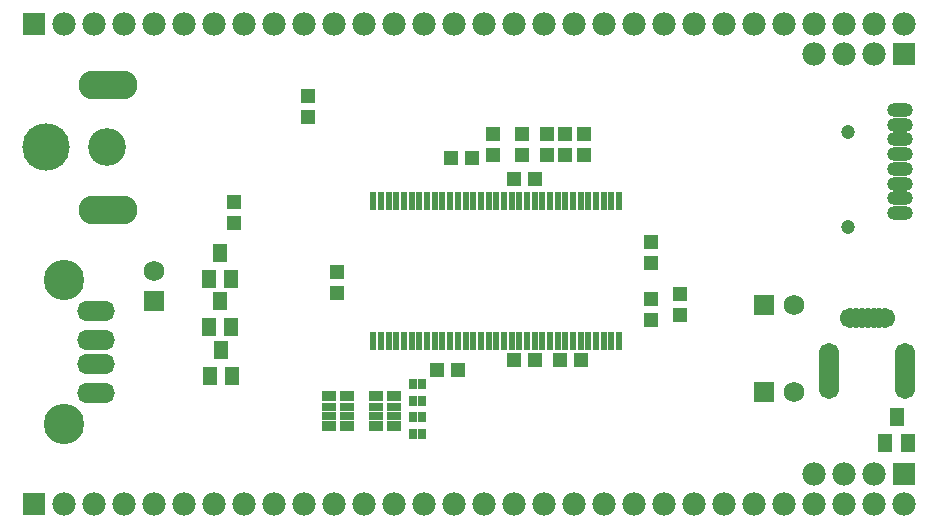
<source format=gbr>
G75*
G70*
%OFA0B0*%
%FSLAX24Y24*%
%IPPOS*%
%LPD*%
%AMOC8*
5,1,8,0,0,1.08239X$1,22.5*
%
%ADD10R,0.0480X0.0480*%
%ADD11R,0.0280X0.0380*%
%ADD12R,0.0237X0.0631*%
%ADD13R,0.0780X0.0780*%
%ADD14C,0.0780*%
%ADD15R,0.0680X0.0680*%
%ADD16C,0.0680*%
%ADD17O,0.0860X0.0470*%
%ADD18O,0.1261X0.0671*%
%ADD19C,0.1346*%
%ADD20R,0.0480X0.0380*%
%ADD21R,0.0480X0.0280*%
%ADD22R,0.0474X0.0631*%
%ADD23C,0.0671*%
%ADD24C,0.0966*%
%ADD25C,0.1582*%
%ADD26C,0.1261*%
%ADD27C,0.0474*%
D10*
X016723Y006966D03*
X017423Y006966D03*
X019282Y007281D03*
X019982Y007281D03*
X020818Y007281D03*
X021518Y007281D03*
X023845Y008624D03*
X024829Y008782D03*
X023845Y009324D03*
X024829Y009482D03*
X023845Y010514D03*
X023845Y011214D03*
X019982Y013344D03*
X019282Y013344D03*
X017896Y014033D03*
X018569Y014136D03*
X019553Y014136D03*
X020380Y014136D03*
X020990Y014136D03*
X021601Y014136D03*
X021601Y014836D03*
X020990Y014836D03*
X020380Y014836D03*
X019553Y014836D03*
X018569Y014836D03*
X017196Y014033D03*
X012427Y015396D03*
X012427Y016096D03*
X009947Y012553D03*
X009947Y011853D03*
X013372Y010230D03*
X013372Y009530D03*
D11*
X015899Y006494D03*
X016199Y006494D03*
X016199Y005943D03*
X015899Y005943D03*
X015899Y005391D03*
X016199Y005391D03*
X016199Y004840D03*
X015899Y004840D03*
D12*
X015872Y007941D03*
X015616Y007941D03*
X015360Y007941D03*
X015105Y007941D03*
X014849Y007941D03*
X014593Y007941D03*
X016128Y007941D03*
X016384Y007941D03*
X016640Y007941D03*
X016896Y007941D03*
X017152Y007941D03*
X017408Y007941D03*
X017664Y007941D03*
X017920Y007941D03*
X018175Y007941D03*
X018431Y007941D03*
X018687Y007941D03*
X018943Y007941D03*
X019199Y007941D03*
X019455Y007941D03*
X019711Y007941D03*
X019967Y007941D03*
X020223Y007941D03*
X020479Y007941D03*
X020734Y007941D03*
X020990Y007941D03*
X021246Y007941D03*
X021502Y007941D03*
X021758Y007941D03*
X022014Y007941D03*
X022270Y007941D03*
X022526Y007941D03*
X022782Y007941D03*
X022782Y012606D03*
X022526Y012606D03*
X022270Y012606D03*
X022014Y012606D03*
X021758Y012606D03*
X021502Y012606D03*
X021246Y012606D03*
X020990Y012606D03*
X020734Y012606D03*
X020479Y012606D03*
X020223Y012606D03*
X019967Y012606D03*
X019711Y012606D03*
X019455Y012606D03*
X019199Y012606D03*
X018943Y012606D03*
X018687Y012606D03*
X018431Y012606D03*
X018175Y012606D03*
X017920Y012606D03*
X017664Y012606D03*
X017408Y012606D03*
X017152Y012606D03*
X016896Y012606D03*
X016640Y012606D03*
X016384Y012606D03*
X016128Y012606D03*
X015872Y012606D03*
X015616Y012606D03*
X015360Y012606D03*
X015105Y012606D03*
X014849Y012606D03*
X014593Y012606D03*
D13*
X003282Y002506D03*
X032282Y003506D03*
X032282Y017506D03*
X003282Y018506D03*
D14*
X004282Y018506D03*
X005282Y018506D03*
X006282Y018506D03*
X007282Y018506D03*
X008282Y018506D03*
X009282Y018506D03*
X010282Y018506D03*
X011282Y018506D03*
X012282Y018506D03*
X013282Y018506D03*
X014282Y018506D03*
X015282Y018506D03*
X016282Y018506D03*
X017282Y018506D03*
X018282Y018506D03*
X019282Y018506D03*
X020282Y018506D03*
X021282Y018506D03*
X022282Y018506D03*
X023282Y018506D03*
X024282Y018506D03*
X025282Y018506D03*
X026282Y018506D03*
X027282Y018506D03*
X028282Y018506D03*
X029282Y018506D03*
X030282Y018506D03*
X031282Y018506D03*
X032282Y018506D03*
X031282Y017506D03*
X030282Y017506D03*
X029282Y017506D03*
X029282Y003506D03*
X030282Y003506D03*
X031282Y003506D03*
X031282Y002506D03*
X030282Y002506D03*
X029282Y002506D03*
X028282Y002506D03*
X027282Y002506D03*
X026282Y002506D03*
X025282Y002506D03*
X024282Y002506D03*
X023282Y002506D03*
X022282Y002506D03*
X021282Y002506D03*
X020282Y002506D03*
X019282Y002506D03*
X018282Y002506D03*
X017282Y002506D03*
X016282Y002506D03*
X015282Y002506D03*
X014282Y002506D03*
X013282Y002506D03*
X012282Y002506D03*
X011282Y002506D03*
X010282Y002506D03*
X009282Y002506D03*
X008282Y002506D03*
X007282Y002506D03*
X006282Y002506D03*
X005282Y002506D03*
X004282Y002506D03*
X032282Y002506D03*
D15*
X027597Y006218D03*
X027597Y009132D03*
X007282Y009256D03*
D16*
X007282Y010256D03*
X028597Y009132D03*
X028597Y006218D03*
D17*
X032153Y012189D03*
X032153Y012681D03*
X032153Y013173D03*
X032153Y013665D03*
X032153Y014157D03*
X032153Y014649D03*
X032153Y015141D03*
X032153Y015634D03*
D18*
X005349Y008946D03*
X005349Y007962D03*
X005349Y007175D03*
X005349Y006190D03*
D19*
X004282Y005179D03*
X004282Y009958D03*
D20*
X013112Y006088D03*
X013712Y006088D03*
X014686Y006088D03*
X015286Y006088D03*
X015286Y005088D03*
X014686Y005088D03*
X013712Y005088D03*
X013112Y005088D03*
D21*
X013112Y005438D03*
X013112Y005738D03*
X013712Y005738D03*
X013712Y005438D03*
X014686Y005438D03*
X015286Y005438D03*
X015286Y005738D03*
X014686Y005738D03*
D22*
X009888Y006769D03*
X009140Y006769D03*
X009514Y007636D03*
X009849Y008384D03*
X009101Y008384D03*
X009475Y009250D03*
X009849Y009998D03*
X009101Y009998D03*
X009475Y010864D03*
X031660Y004525D03*
X032408Y004525D03*
X032034Y005391D03*
D23*
X032328Y006345D03*
X032328Y006542D03*
X032328Y006739D03*
X032328Y006936D03*
X032328Y007132D03*
X032328Y007329D03*
X032328Y007526D03*
X031659Y008688D03*
X031462Y008688D03*
X031265Y008688D03*
X031068Y008688D03*
X030871Y008688D03*
X030675Y008688D03*
X030478Y008688D03*
X029769Y007526D03*
X029769Y007329D03*
X029769Y007132D03*
X029769Y006936D03*
X029769Y006739D03*
X029769Y006542D03*
X029769Y006345D03*
D24*
X006231Y012298D03*
X006034Y012298D03*
X005837Y012298D03*
X005640Y012298D03*
X005444Y012298D03*
X005247Y012298D03*
X005247Y016471D03*
X005444Y016471D03*
X005640Y016471D03*
X005837Y016471D03*
X006034Y016471D03*
X006231Y016471D03*
D25*
X003682Y014384D03*
D26*
X005729Y014384D03*
D27*
X030416Y014880D03*
X030416Y011731D03*
M02*

</source>
